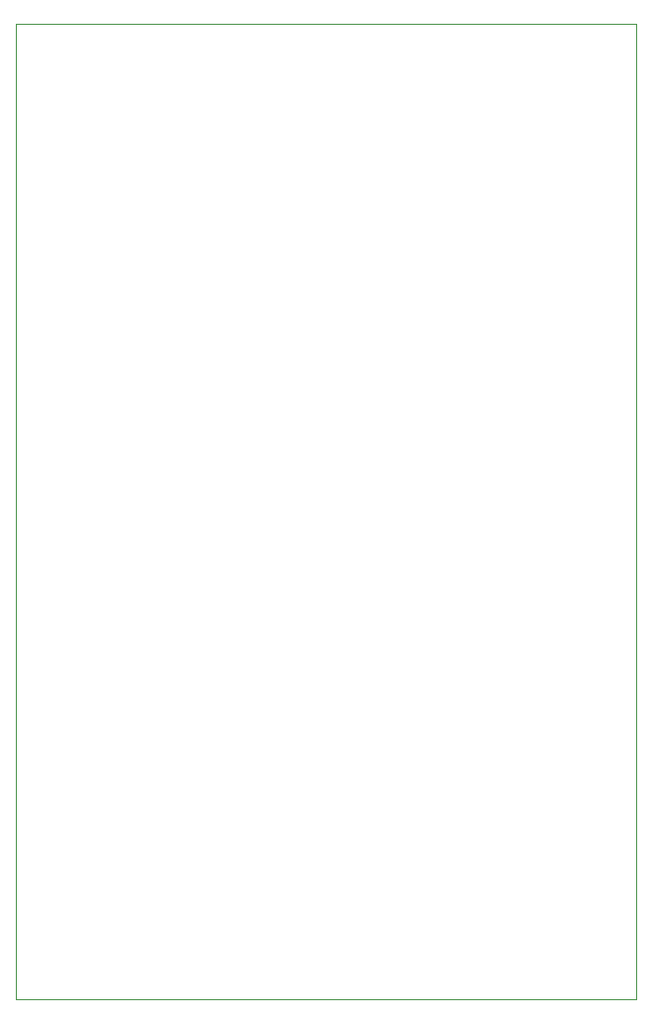
<source format=gbr>
G04 #@! TF.GenerationSoftware,KiCad,Pcbnew,(5.1.0)-1*
G04 #@! TF.CreationDate,2020-04-23T00:52:51+08:00*
G04 #@! TF.ProjectId,IRController,4952436f-6e74-4726-9f6c-6c65722e6b69,rev?*
G04 #@! TF.SameCoordinates,Original*
G04 #@! TF.FileFunction,Profile,NP*
%FSLAX46Y46*%
G04 Gerber Fmt 4.6, Leading zero omitted, Abs format (unit mm)*
G04 Created by KiCad (PCBNEW (5.1.0)-1) date 2020-04-23 00:52:51*
%MOMM*%
%LPD*%
G04 APERTURE LIST*
%ADD10C,0.050000*%
G04 APERTURE END LIST*
D10*
X90000000Y-36900000D02*
X90000000Y-120100000D01*
X143000000Y-36900000D02*
X90000000Y-36900000D01*
X143000000Y-120100000D02*
X143000000Y-36900000D01*
X90000000Y-120100000D02*
X143000000Y-120100000D01*
M02*

</source>
